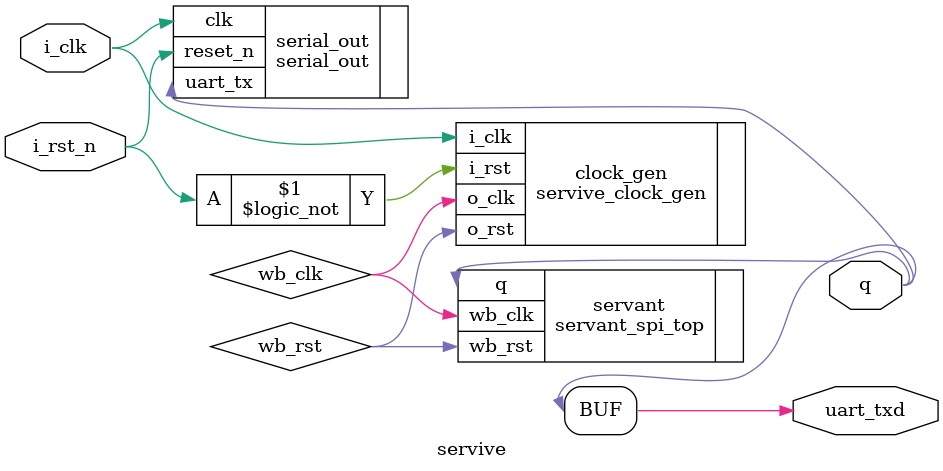
<source format=v>
`default_nettype none
module servive
(
 input wire 	   i_clk,
 input wire 	   i_rst_n,
 output wire 	   q,
 output wire 	   uart_txd);

   parameter memfile = "zephyr_hello.hex";
   parameter memsize = 8192;

   wire      wb_clk;
   wire      wb_rst;

   assign uart_txd = q;

   servive_clock_gen clock_gen
     (.i_clk (i_clk),
      .i_rst (!i_rst_n),
      .o_clk (wb_clk),
      .o_rst (wb_rst));

   servant_spi_top
     #(.memfile (memfile),
       .memsize (memsize))
   servant
     (.wb_clk (wb_clk),
      .wb_rst (wb_rst),
      .q      (q));
		
	serial_out serial_out
		(.clk(i_clk),
       .reset_n(i_rst_n),
       .uart_tx(q));

endmodule

</source>
